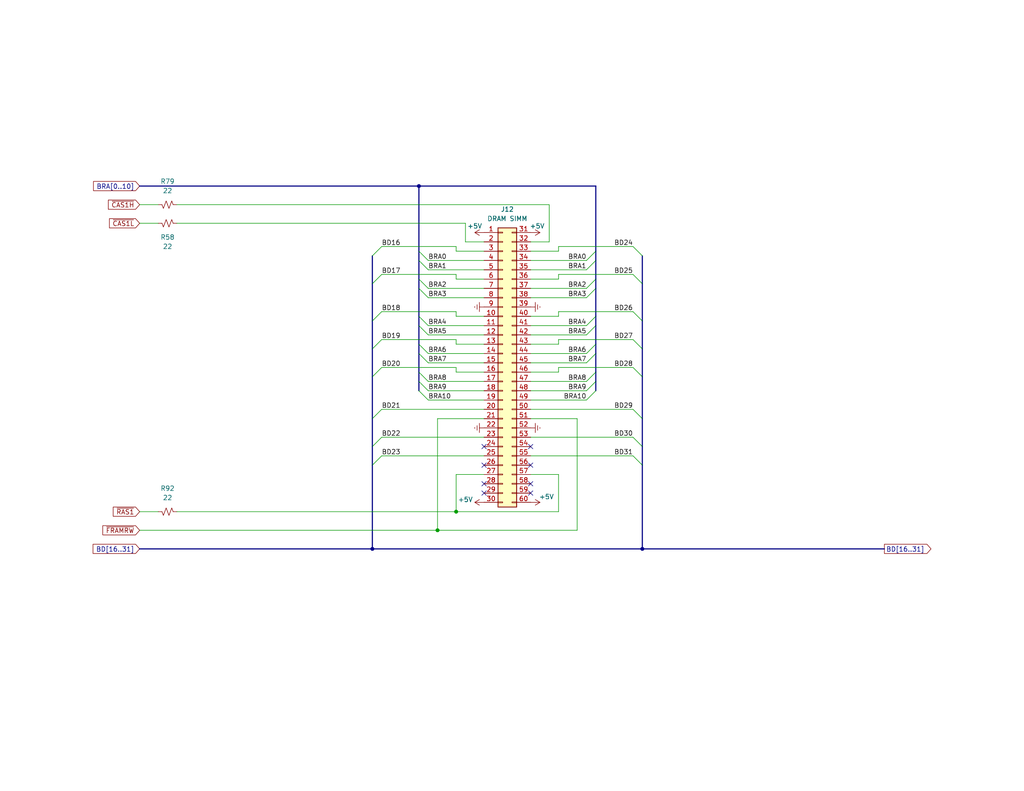
<source format=kicad_sch>
(kicad_sch (version 20250114) (generator "eeschema") (generator_version "9.0")
  (paper "USLetter")
  (title_block (title "Macintosh Classic II") (date "2025-05-29") (company "Apple Computer") (comment 1 "drawn by Bradley Bell"))
  (lib_symbols
    (symbol "Connector_Generic:Conn_02x30_Top_Bottom" (pin_names (offset 1.016) (hide yes))
      (property "Reference" "J" (at 1.27 38.1 0))
      (property "Value" "Conn_02x30_Top_Bottom" (at 1.27 -40.64 0))
      (symbol "Conn_02x30_Top_Bottom_1_1"
        (rectangle (start -1.27 36.83) (end 3.81 -39.37) (stroke (width 0.254)) (fill (type background)))
        (rectangle (start -1.27 35.687) (end 0 35.433) (stroke (width 0.1524)))
        (rectangle (start -1.27 33.147) (end 0 32.893) (stroke (width 0.1524)))
        (rectangle (start -1.27 30.607) (end 0 30.353) (stroke (width 0.1524)))
        (rectangle (start -1.27 28.067) (end 0 27.813) (stroke (width 0.1524)))
        (rectangle (start -1.27 25.527) (end 0 25.273) (stroke (width 0.1524)))
        (rectangle (start -1.27 22.987) (end 0 22.733) (stroke (width 0.1524)))
        (rectangle (start -1.27 20.447) (end 0 20.193) (stroke (width 0.1524)))
        (rectangle (start -1.27 17.907) (end 0 17.653) (stroke (width 0.1524)))
        (rectangle (start -1.27 15.367) (end 0 15.113) (stroke (width 0.1524)))
        (rectangle (start -1.27 12.827) (end 0 12.573) (stroke (width 0.1524)))
        (rectangle (start -1.27 10.287) (end 0 10.033) (stroke (width 0.1524)))
        (rectangle (start -1.27 7.747) (end 0 7.493) (stroke (width 0.1524)))
        (rectangle (start -1.27 5.207) (end 0 4.953) (stroke (width 0.1524)))
        (rectangle (start -1.27 2.667) (end 0 2.413) (stroke (width 0.1524)))
        (rectangle (start -1.27 0.127) (end 0 -0.127) (stroke (width 0.1524)))
        (rectangle (start -1.27 -2.413) (end 0 -2.667) (stroke (width 0.1524)))
        (rectangle (start -1.27 -4.953) (end 0 -5.207) (stroke (width 0.1524)))
        (rectangle (start -1.27 -7.493) (end 0 -7.747) (stroke (width 0.1524)))
        (rectangle (start -1.27 -10.033) (end 0 -10.287) (stroke (width 0.1524)))
        (rectangle (start -1.27 -12.573) (end 0 -12.827) (stroke (width 0.1524)))
        (rectangle (start -1.27 -15.113) (end 0 -15.367) (stroke (width 0.1524)))
        (rectangle (start -1.27 -17.653) (end 0 -17.907) (stroke (width 0.1524)))
        (rectangle (start -1.27 -20.193) (end 0 -20.447) (stroke (width 0.1524)))
        (rectangle (start -1.27 -22.733) (end 0 -22.987) (stroke (width 0.1524)))
        (rectangle (start -1.27 -25.273) (end 0 -25.527) (stroke (width 0.1524)))
        (rectangle (start -1.27 -27.813) (end 0 -28.067) (stroke (width 0.1524)))
        (rectangle (start -1.27 -30.353) (end 0 -30.607) (stroke (width 0.1524)))
        (rectangle (start -1.27 -32.893) (end 0 -33.147) (stroke (width 0.1524)))
        (rectangle (start -1.27 -35.433) (end 0 -35.687) (stroke (width 0.1524)))
        (rectangle (start -1.27 -37.973) (end 0 -38.227) (stroke (width 0.1524)))
        (rectangle (start 3.81 35.687) (end 2.54 35.433) (stroke (width 0.1524)))
        (rectangle (start 3.81 33.147) (end 2.54 32.893) (stroke (width 0.1524)))
        (rectangle (start 3.81 30.607) (end 2.54 30.353) (stroke (width 0.1524)))
        (rectangle (start 3.81 28.067) (end 2.54 27.813) (stroke (width 0.1524)))
        (rectangle (start 3.81 25.527) (end 2.54 25.273) (stroke (width 0.1524)))
        (rectangle (start 3.81 22.987) (end 2.54 22.733) (stroke (width 0.1524)))
        (rectangle (start 3.81 20.447) (end 2.54 20.193) (stroke (width 0.1524)))
        (rectangle (start 3.81 17.907) (end 2.54 17.653) (stroke (width 0.1524)))
        (rectangle (start 3.81 15.367) (end 2.54 15.113) (stroke (width 0.1524)))
        (rectangle (start 3.81 12.827) (end 2.54 12.573) (stroke (width 0.1524)))
        (rectangle (start 3.81 10.287) (end 2.54 10.033) (stroke (width 0.1524)))
        (rectangle (start 3.81 7.747) (end 2.54 7.493) (stroke (width 0.1524)))
        (rectangle (start 3.81 5.207) (end 2.54 4.953) (stroke (width 0.1524)))
        (rectangle (start 3.81 2.667) (end 2.54 2.413) (stroke (width 0.1524)))
        (rectangle (start 3.81 0.127) (end 2.54 -0.127) (stroke (width 0.1524)))
        (rectangle (start 3.81 -2.413) (end 2.54 -2.667) (stroke (width 0.1524)))
        (rectangle (start 3.81 -4.953) (end 2.54 -5.207) (stroke (width 0.1524)))
        (rectangle (start 3.81 -7.493) (end 2.54 -7.747) (stroke (width 0.1524)))
        (rectangle (start 3.81 -10.033) (end 2.54 -10.287) (stroke (width 0.1524)))
        (rectangle (start 3.81 -12.573) (end 2.54 -12.827) (stroke (width 0.1524)))
        (rectangle (start 3.81 -15.113) (end 2.54 -15.367) (stroke (width 0.1524)))
        (rectangle (start 3.81 -17.653) (end 2.54 -17.907) (stroke (width 0.1524)))
        (rectangle (start 3.81 -20.193) (end 2.54 -20.447) (stroke (width 0.1524)))
        (rectangle (start 3.81 -22.733) (end 2.54 -22.987) (stroke (width 0.1524)))
        (rectangle (start 3.81 -25.273) (end 2.54 -25.527) (stroke (width 0.1524)))
        (rectangle (start 3.81 -27.813) (end 2.54 -28.067) (stroke (width 0.1524)))
        (rectangle (start 3.81 -30.353) (end 2.54 -30.607) (stroke (width 0.1524)))
        (rectangle (start 3.81 -32.893) (end 2.54 -33.147) (stroke (width 0.1524)))
        (rectangle (start 3.81 -35.433) (end 2.54 -35.687) (stroke (width 0.1524)))
        (rectangle (start 3.81 -37.973) (end 2.54 -38.227) (stroke (width 0.1524)))
        (pin passive line (at -5.08 35.56 0) (length 3.81) (name "Pin_1") (number "1"))
        (pin passive line (at -5.08 33.02 0) (length 3.81) (name "Pin_2") (number "2"))
        (pin passive line (at -5.08 30.48 0) (length 3.81) (name "Pin_3") (number "3"))
        (pin passive line (at -5.08 27.94 0) (length 3.81) (name "Pin_4") (number "4"))
        (pin passive line (at -5.08 25.4 0) (length 3.81) (name "Pin_5") (number "5"))
        (pin passive line (at -5.08 22.86 0) (length 3.81) (name "Pin_6") (number "6"))
        (pin passive line (at -5.08 20.32 0) (length 3.81) (name "Pin_7") (number "7"))
        (pin passive line (at -5.08 17.78 0) (length 3.81) (name "Pin_8") (number "8"))
        (pin passive line (at -5.08 15.24 0) (length 3.81) (name "Pin_9") (number "9"))
        (pin passive line (at -5.08 12.7 0) (length 3.81) (name "Pin_10") (number "10"))
        (pin passive line (at -5.08 10.16 0) (length 3.81) (name "Pin_11") (number "11"))
        (pin passive line (at -5.08 7.62 0) (length 3.81) (name "Pin_12") (number "12"))
        (pin passive line (at -5.08 5.08 0) (length 3.81) (name "Pin_13") (number "13"))
        (pin passive line (at -5.08 2.54 0) (length 3.81) (name "Pin_14") (number "14"))
        (pin passive line (at -5.08 0 0) (length 3.81) (name "Pin_15") (number "15"))
        (pin passive line (at -5.08 -2.54 0) (length 3.81) (name "Pin_16") (number "16"))
        (pin passive line (at -5.08 -5.08 0) (length 3.81) (name "Pin_17") (number "17"))
        (pin passive line (at -5.08 -7.62 0) (length 3.81) (name "Pin_18") (number "18"))
        (pin passive line (at -5.08 -10.16 0) (length 3.81) (name "Pin_19") (number "19"))
        (pin passive line (at -5.08 -12.7 0) (length 3.81) (name "Pin_20") (number "20"))
        (pin passive line (at -5.08 -15.24 0) (length 3.81) (name "Pin_21") (number "21"))
        (pin passive line (at -5.08 -17.78 0) (length 3.81) (name "Pin_22") (number "22"))
        (pin passive line (at -5.08 -20.32 0) (length 3.81) (name "Pin_23") (number "23"))
        (pin passive line (at -5.08 -22.86 0) (length 3.81) (name "Pin_24") (number "24"))
        (pin passive line (at -5.08 -25.4 0) (length 3.81) (name "Pin_25") (number "25"))
        (pin passive line (at -5.08 -27.94 0) (length 3.81) (name "Pin_26") (number "26"))
        (pin passive line (at -5.08 -30.48 0) (length 3.81) (name "Pin_27") (number "27"))
        (pin passive line (at -5.08 -33.02 0) (length 3.81) (name "Pin_28") (number "28"))
        (pin passive line (at -5.08 -35.56 0) (length 3.81) (name "Pin_29") (number "29"))
        (pin passive line (at -5.08 -38.1 0) (length 3.81) (name "Pin_30") (number "30"))
        (pin passive line (at 7.62 35.56 180) (length 3.81) (name "Pin_31") (number "31"))
        (pin passive line (at 7.62 33.02 180) (length 3.81) (name "Pin_32") (number "32"))
        (pin passive line (at 7.62 30.48 180) (length 3.81) (name "Pin_33") (number "33"))
        (pin passive line (at 7.62 27.94 180) (length 3.81) (name "Pin_34") (number "34"))
        (pin passive line (at 7.62 25.4 180) (length 3.81) (name "Pin_35") (number "35"))
        (pin passive line (at 7.62 22.86 180) (length 3.81) (name "Pin_36") (number "36"))
        (pin passive line (at 7.62 20.32 180) (length 3.81) (name "Pin_37") (number "37"))
        (pin passive line (at 7.62 17.78 180) (length 3.81) (name "Pin_38") (number "38"))
        (pin passive line (at 7.62 15.24 180) (length 3.81) (name "Pin_39") (number "39"))
        (pin passive line (at 7.62 12.7 180) (length 3.81) (name "Pin_40") (number "40"))
        (pin passive line (at 7.62 10.16 180) (length 3.81) (name "Pin_41") (number "41"))
        (pin passive line (at 7.62 7.62 180) (length 3.81) (name "Pin_42") (number "42"))
        (pin passive line (at 7.62 5.08 180) (length 3.81) (name "Pin_43") (number "43"))
        (pin passive line (at 7.62 2.54 180) (length 3.81) (name "Pin_44") (number "44"))
        (pin passive line (at 7.62 0 180) (length 3.81) (name "Pin_45") (number "45"))
        (pin passive line (at 7.62 -2.54 180) (length 3.81) (name "Pin_46") (number "46"))
        (pin passive line (at 7.62 -5.08 180) (length 3.81) (name "Pin_47") (number "47"))
        (pin passive line (at 7.62 -7.62 180) (length 3.81) (name "Pin_48") (number "48"))
        (pin passive line (at 7.62 -10.16 180) (length 3.81) (name "Pin_49") (number "49"))
        (pin passive line (at 7.62 -12.7 180) (length 3.81) (name "Pin_50") (number "50"))
        (pin passive line (at 7.62 -15.24 180) (length 3.81) (name "Pin_51") (number "51"))
        (pin passive line (at 7.62 -17.78 180) (length 3.81) (name "Pin_52") (number "52"))
        (pin passive line (at 7.62 -20.32 180) (length 3.81) (name "Pin_53") (number "53"))
        (pin passive line (at 7.62 -22.86 180) (length 3.81) (name "Pin_54") (number "54"))
        (pin passive line (at 7.62 -25.4 180) (length 3.81) (name "Pin_55") (number "55"))
        (pin passive line (at 7.62 -27.94 180) (length 3.81) (name "Pin_56") (number "56"))
        (pin passive line (at 7.62 -30.48 180) (length 3.81) (name "Pin_57") (number "57"))
        (pin passive line (at 7.62 -33.02 180) (length 3.81) (name "Pin_58") (number "58"))
        (pin passive line (at 7.62 -35.56 180) (length 3.81) (name "Pin_59") (number "59"))
        (pin passive line (at 7.62 -38.1 180) (length 3.81) (name "Pin_60") (number "60"))
      )
    )
    (symbol "Device:R_Small_US" (pin_numbers (hide yes)) (pin_names (offset 0.254) (hide yes))
      (property "Reference" "R" (at 0.762 0.508 0))
      (property "Value" "R_Small_US" (at 0.762 -1.016 0))
      (symbol "R_Small_US_1_1"
        (polyline (pts (xy 0 1.524) (xy 1.016 1.143) (xy 0 0.762) (xy -1.016 0.381) (xy 0 0)))
        (polyline (pts (xy 0 0) (xy 1.016 -0.381) (xy 0 -0.762) (xy -1.016 -1.143) (xy 0 -1.524)))
        (pin passive line (at 0 2.54 270) (length 1.016) (name "~") (number "1"))
        (pin passive line (at 0 -2.54 90) (length 1.016) (name "~") (number "2"))
      )
    )
    (symbol "power:+5V" (power) (pin_numbers (hide yes)) (pin_names (offset 0) (hide yes))
      (property "Value" "+5V" (at 0 3.556 0))
      (symbol "+5V_0_1"
        (polyline (pts (xy -0.762 1.27) (xy 0 2.54)))
        (polyline (pts (xy 0 2.54) (xy 0.762 1.27)))
        (polyline (pts (xy 0 0) (xy 0 2.54)))
      )
      (symbol "+5V_1_1"
        (pin power_in line (at 0 0 90) (length 0) (name "~") (number "1"))
      )
    )
    (symbol "power:GNDREF" (power) (pin_numbers (hide yes)) (pin_names (offset 0) (hide yes))
      (property "Value" "GNDREF" (at 0 -3.81 0))
      (symbol "GNDREF_0_1"
        (polyline (pts (xy -0.635 -1.905) (xy 0.635 -1.905)))
        (polyline (pts (xy -0.127 -2.54) (xy 0.127 -2.54)))
        (polyline (pts (xy 0 -1.27) (xy 0 0)))
        (polyline (pts (xy 1.27 -1.27) (xy -1.27 -1.27)))
      )
      (symbol "GNDREF_1_1"
        (pin power_in line (at 0 0 270) (length 0) (name "~") (number "1"))
      )
    )
  )
  (junction (at 101.6 149.86))
  (junction (at 124.46 139.7))
  (junction (at 175.26 149.86))
  (junction (at 114.3 50.8))
  (junction (at 119.38 144.78))
  (no_connect (at 144.78 127))
  (no_connect (at 132.08 132.08))
  (no_connect (at 132.08 134.62))
  (no_connect (at 132.08 121.92))
  (no_connect (at 144.78 132.08))
  (no_connect (at 144.78 121.92))
  (no_connect (at 132.08 127))
  (no_connect (at 144.78 134.62))
  (bus_entry (at 160.02 78.74) (size 2.54 -2.54))
  (bus_entry (at 101.6 121.92) (size 2.54 -2.54))
  (bus_entry (at 172.72 74.93) (size 2.54 2.54))
  (bus_entry (at 114.3 93.98) (size 2.54 2.54))
  (bus_entry (at 114.3 96.52) (size 2.54 2.54))
  (bus_entry (at 160.02 91.44) (size 2.54 -2.54))
  (bus_entry (at 172.72 119.38) (size 2.54 2.54))
  (bus_entry (at 160.02 96.52) (size 2.54 -2.54))
  (bus_entry (at 160.02 81.28) (size 2.54 -2.54))
  (bus_entry (at 114.3 68.58) (size 2.54 2.54))
  (bus_entry (at 114.3 88.9) (size 2.54 2.54))
  (bus_entry (at 114.3 78.74) (size 2.54 2.54))
  (bus_entry (at 172.72 85.09) (size 2.54 2.54))
  (bus_entry (at 160.02 106.68) (size 2.54 -2.54))
  (bus_entry (at 101.6 77.47) (size 2.54 -2.54))
  (bus_entry (at 160.02 73.66) (size 2.54 -2.54))
  (bus_entry (at 101.6 95.25) (size 2.54 -2.54))
  (bus_entry (at 101.6 102.87) (size 2.54 -2.54))
  (bus_entry (at 172.72 124.46) (size 2.54 2.54))
  (bus_entry (at 114.3 76.2) (size 2.54 2.54))
  (bus_entry (at 172.72 67.31) (size 2.54 2.54))
  (bus_entry (at 101.6 114.3) (size 2.54 -2.54))
  (bus_entry (at 160.02 88.9) (size 2.54 -2.54))
  (bus_entry (at 101.6 87.63) (size 2.54 -2.54))
  (bus_entry (at 101.6 127) (size 2.54 -2.54))
  (bus_entry (at 114.3 104.14) (size 2.54 2.54))
  (bus_entry (at 101.6 69.85) (size 2.54 -2.54))
  (bus_entry (at 172.72 100.33) (size 2.54 2.54))
  (bus_entry (at 160.02 99.06) (size 2.54 -2.54))
  (bus_entry (at 114.3 101.6) (size 2.54 2.54))
  (bus_entry (at 114.3 86.36) (size 2.54 2.54))
  (bus_entry (at 114.3 106.68) (size 2.54 2.54))
  (bus_entry (at 160.02 71.12) (size 2.54 -2.54))
  (bus_entry (at 172.72 92.71) (size 2.54 2.54))
  (bus_entry (at 114.3 71.12) (size 2.54 2.54))
  (bus_entry (at 172.72 111.76) (size 2.54 2.54))
  (bus_entry (at 160.02 109.22) (size 2.54 -2.54))
  (bus_entry (at 160.02 104.14) (size 2.54 -2.54))
  (bus (pts (xy 38.1 149.86) (xy 101.6 149.86)))
  (wire (pts (xy 152.4 92.71) (xy 172.72 92.71)))
  (bus (pts (xy 114.3 88.9) (xy 114.3 86.36)))
  (wire (pts (xy 144.78 78.74) (xy 160.02 78.74)))
  (wire (pts (xy 124.46 85.09) (xy 124.46 86.36)))
  (wire (pts (xy 152.4 129.54) (xy 152.4 139.7)))
  (wire (pts (xy 152.4 74.93) (xy 152.4 76.2)))
  (bus (pts (xy 162.56 50.8) (xy 162.56 68.58)))
  (wire (pts (xy 144.78 73.66) (xy 160.02 73.66)))
  (wire (pts (xy 152.4 67.31) (xy 172.72 67.31)))
  (bus (pts (xy 114.3 76.2) (xy 114.3 71.12)))
  (wire (pts (xy 116.84 88.9) (xy 132.08 88.9)))
  (wire (pts (xy 144.78 91.44) (xy 160.02 91.44)))
  (wire (pts (xy 124.46 129.54) (xy 132.08 129.54)))
  (wire (pts (xy 38.1 139.7) (xy 43.18 139.7)))
  (wire (pts (xy 144.78 68.58) (xy 152.4 68.58)))
  (bus (pts (xy 101.6 127) (xy 101.6 121.92)))
  (wire (pts (xy 104.14 111.76) (xy 132.08 111.76)))
  (wire (pts (xy 144.78 106.68) (xy 160.02 106.68)))
  (wire (pts (xy 144.78 124.46) (xy 172.72 124.46)))
  (bus (pts (xy 114.3 93.98) (xy 114.3 88.9)))
  (bus (pts (xy 114.3 101.6) (xy 114.3 96.52)))
  (wire (pts (xy 104.14 67.31) (xy 124.46 67.31)))
  (wire (pts (xy 144.78 96.52) (xy 160.02 96.52)))
  (wire (pts (xy 152.4 92.71) (xy 152.4 93.98)))
  (bus (pts (xy 162.56 71.12) (xy 162.56 76.2)))
  (wire (pts (xy 48.26 60.96) (xy 127 60.96)))
  (wire (pts (xy 116.84 96.52) (xy 132.08 96.52)))
  (wire (pts (xy 116.84 71.12) (xy 132.08 71.12)))
  (wire (pts (xy 144.78 111.76) (xy 172.72 111.76)))
  (bus (pts (xy 175.26 87.63) (xy 175.26 95.25)))
  (wire (pts (xy 127 66.04) (xy 132.08 66.04)))
  (bus (pts (xy 114.3 68.58) (xy 114.3 50.8)))
  (wire (pts (xy 119.38 114.3) (xy 132.08 114.3)))
  (wire (pts (xy 124.46 68.58) (xy 132.08 68.58)))
  (wire (pts (xy 124.46 129.54) (xy 124.46 139.7)))
  (bus (pts (xy 162.56 86.36) (xy 162.56 88.9)))
  (bus (pts (xy 162.56 101.6) (xy 162.56 104.14)))
  (wire (pts (xy 144.78 86.36) (xy 152.4 86.36)))
  (wire (pts (xy 124.46 74.93) (xy 124.46 76.2)))
  (wire (pts (xy 152.4 85.09) (xy 152.4 86.36)))
  (wire (pts (xy 124.46 92.71) (xy 124.46 93.98)))
  (wire (pts (xy 104.14 124.46) (xy 132.08 124.46)))
  (wire (pts (xy 124.46 93.98) (xy 132.08 93.98)))
  (wire (pts (xy 144.78 76.2) (xy 152.4 76.2)))
  (wire (pts (xy 104.14 85.09) (xy 124.46 85.09)))
  (wire (pts (xy 116.84 81.28) (xy 132.08 81.28)))
  (wire (pts (xy 149.86 66.04) (xy 144.78 66.04)))
  (bus (pts (xy 175.26 77.47) (xy 175.26 87.63)))
  (bus (pts (xy 114.3 104.14) (xy 114.3 101.6)))
  (wire (pts (xy 116.84 78.74) (xy 132.08 78.74)))
  (bus (pts (xy 114.3 86.36) (xy 114.3 78.74)))
  (bus (pts (xy 175.26 102.87) (xy 175.26 114.3)))
  (wire (pts (xy 144.78 101.6) (xy 152.4 101.6)))
  (bus (pts (xy 175.26 127) (xy 175.26 149.86)))
  (bus (pts (xy 114.3 106.68) (xy 114.3 104.14)))
  (wire (pts (xy 144.78 114.3) (xy 157.48 114.3)))
  (bus (pts (xy 162.56 68.58) (xy 162.56 71.12)))
  (wire (pts (xy 119.38 114.3) (xy 119.38 144.78)))
  (wire (pts (xy 124.46 100.33) (xy 124.46 101.6)))
  (wire (pts (xy 116.84 104.14) (xy 132.08 104.14)))
  (wire (pts (xy 116.84 99.06) (xy 132.08 99.06)))
  (bus (pts (xy 175.26 69.85) (xy 175.26 77.47)))
  (wire (pts (xy 144.78 129.54) (xy 152.4 129.54)))
  (wire (pts (xy 116.84 91.44) (xy 132.08 91.44)))
  (wire (pts (xy 152.4 100.33) (xy 172.72 100.33)))
  (wire (pts (xy 38.1 55.88) (xy 43.18 55.88)))
  (bus (pts (xy 38.1 50.8) (xy 114.3 50.8)))
  (wire (pts (xy 144.78 104.14) (xy 160.02 104.14)))
  (wire (pts (xy 104.14 74.93) (xy 124.46 74.93)))
  (bus (pts (xy 114.3 78.74) (xy 114.3 76.2)))
  (bus (pts (xy 162.56 96.52) (xy 162.56 101.6)))
  (wire (pts (xy 152.4 74.93) (xy 172.72 74.93)))
  (bus (pts (xy 101.6 77.47) (xy 101.6 87.63)))
  (wire (pts (xy 152.4 85.09) (xy 172.72 85.09)))
  (wire (pts (xy 127 60.96) (xy 127 66.04)))
  (wire (pts (xy 116.84 109.22) (xy 132.08 109.22)))
  (bus (pts (xy 114.3 71.12) (xy 114.3 68.58)))
  (bus (pts (xy 162.56 78.74) (xy 162.56 86.36)))
  (wire (pts (xy 124.46 101.6) (xy 132.08 101.6)))
  (wire (pts (xy 104.14 119.38) (xy 132.08 119.38)))
  (bus (pts (xy 101.6 149.86) (xy 101.6 127)))
  (bus (pts (xy 162.56 76.2) (xy 162.56 78.74)))
  (wire (pts (xy 104.14 100.33) (xy 124.46 100.33)))
  (bus (pts (xy 101.6 69.85) (xy 101.6 77.47)))
  (wire (pts (xy 149.86 55.88) (xy 149.86 66.04)))
  (wire (pts (xy 48.26 55.88) (xy 149.86 55.88)))
  (wire (pts (xy 104.14 92.71) (xy 124.46 92.71)))
  (bus (pts (xy 175.26 102.87) (xy 175.26 95.25)))
  (wire (pts (xy 152.4 100.33) (xy 152.4 101.6)))
  (wire (pts (xy 38.1 60.96) (xy 43.18 60.96)))
  (bus (pts (xy 101.6 102.87) (xy 101.6 114.3)))
  (wire (pts (xy 157.48 144.78) (xy 119.38 144.78)))
  (wire (pts (xy 144.78 88.9) (xy 160.02 88.9)))
  (bus (pts (xy 162.56 88.9) (xy 162.56 93.98)))
  (bus (pts (xy 175.26 121.92) (xy 175.26 114.3)))
  (wire (pts (xy 144.78 81.28) (xy 160.02 81.28)))
  (wire (pts (xy 144.78 99.06) (xy 160.02 99.06)))
  (wire (pts (xy 116.84 73.66) (xy 132.08 73.66)))
  (wire (pts (xy 152.4 67.31) (xy 152.4 68.58)))
  (wire (pts (xy 124.46 86.36) (xy 132.08 86.36)))
  (wire (pts (xy 116.84 106.68) (xy 132.08 106.68)))
  (wire (pts (xy 157.48 114.3) (xy 157.48 144.78)))
  (wire (pts (xy 48.26 139.7) (xy 124.46 139.7)))
  (bus (pts (xy 175.26 127) (xy 175.26 121.92)))
  (wire (pts (xy 144.78 93.98) (xy 152.4 93.98)))
  (bus (pts (xy 101.6 95.25) (xy 101.6 102.87)))
  (wire (pts (xy 144.78 109.22) (xy 160.02 109.22)))
  (wire (pts (xy 124.46 67.31) (xy 124.46 68.58)))
  (wire (pts (xy 144.78 71.12) (xy 160.02 71.12)))
  (wire (pts (xy 124.46 76.2) (xy 132.08 76.2)))
  (bus (pts (xy 162.56 93.98) (xy 162.56 96.52)))
  (wire (pts (xy 124.46 139.7) (xy 152.4 139.7)))
  (bus (pts (xy 114.3 96.52) (xy 114.3 93.98)))
  (bus (pts (xy 175.26 149.86) (xy 241.3 149.86)))
  (bus (pts (xy 114.3 50.8) (xy 162.56 50.8)))
  (bus (pts (xy 101.6 87.63) (xy 101.6 95.25)))
  (wire (pts (xy 38.1 144.78) (xy 119.38 144.78)))
  (bus (pts (xy 101.6 114.3) (xy 101.6 121.92)))
  (bus (pts (xy 162.56 104.14) (xy 162.56 106.68)))
  (wire (pts (xy 144.78 119.38) (xy 172.72 119.38)))
  (bus (pts (xy 101.6 149.86) (xy 175.26 149.86)))
  (label "BRA2" (at 116.84 78.74 0))
  (label "BRA8" (at 160.02 104.14 180))
  (label "BD16" (at 104.14 67.31 0))
  (label "BD17" (at 104.14 74.93 0))
  (label "BRA6" (at 116.84 96.52 0))
  (label "BD28" (at 172.72 100.33 180))
  (label "BD31" (at 172.72 124.46 180))
  (label "BD21" (at 104.14 111.76 0))
  (label "BD30" (at 172.72 119.38 180))
  (label "BD19" (at 104.14 92.71 0))
  (label "BRA1" (at 160.02 73.66 180))
  (label "BRA9" (at 160.02 106.68 180))
  (label "BRA9" (at 116.84 106.68 0))
  (label "BRA4" (at 116.84 88.9 0))
  (label "BD25" (at 172.72 74.93 180))
  (label "BRA0" (at 160.02 71.12 180))
  (label "BD27" (at 172.72 92.71 180))
  (label "BRA5" (at 160.02 91.44 180))
  (label "BRA0" (at 116.84 71.12 0))
  (label "BRA6" (at 160.02 96.52 180))
  (label "BRA10" (at 116.84 109.22 0))
  (label "BD22" (at 104.14 119.38 0))
  (label "BRA7" (at 116.84 99.06 0))
  (label "BD20" (at 104.14 100.33 0))
  (label "BRA10" (at 160.02 109.22 180))
  (label "BRA4" (at 160.02 88.9 180))
  (label "BRA1" (at 116.84 73.66 0))
  (label "BRA8" (at 116.84 104.14 0))
  (label "BD18" (at 104.14 85.09 0))
  (label "BD26" (at 172.72 85.09 180))
  (label "BRA3" (at 160.02 81.28 180))
  (label "BRA3" (at 116.84 81.28 0))
  (label "BRA2" (at 160.02 78.74 180))
  (label "BD23" (at 104.14 124.46 0))
  (label "BRA7" (at 160.02 99.06 180))
  (label "BD24" (at 172.72 67.31 180))
  (label "BD29" (at 172.72 111.76 180))
  (label "BRA5" (at 116.84 91.44 0))
  (global_label "~{CAS1H}" (shape input) (at 38.1 55.88 180) (property "Intersheetrefs" "${INTERSHEET_REFS}" (at 29.0067 55.88 0) (effects (justify right))))
  (global_label "BRA[0..10]" (shape input) (at 38.1 50.8 180) (property "Intersheetrefs" "${INTERSHEET_REFS}" (at 26.2247 50.8 0) (effects (justify right))))
  (global_label "~{CAS1L}" (shape input) (at 38.1 60.96 180) (property "Intersheetrefs" "${INTERSHEET_REFS}" (at 29.3091 60.96 0) (effects (justify right))))
  (global_label "~{RAS1}" (shape input) (at 38.1 139.7 180) (property "Intersheetrefs" "${INTERSHEET_REFS}" (at 30.3372 139.7 0) (effects (justify right))))
  (global_label "BD[16..31]" (shape output) (at 241.3 149.86 0) (property "Intersheetrefs" "${INTERSHEET_REFS}" (at 254.5662 149.86 0) (effects (justify left))))
  (global_label "~{FRAMRW}" (shape input) (at 38.1 144.78 180) (property "Intersheetrefs" "${INTERSHEET_REFS}" (at 27.4948 144.78 0) (effects (justify right))))
  (global_label "BD[16..31]" (shape input) (at 38.1 149.86 180) (property "Intersheetrefs" "${INTERSHEET_REFS}" (at 24.8338 149.86 0) (effects (justify right))))
  (symbol (lib_id "power:+5V") (at 144.78 137.16 270) (unit 1)
    (property "Reference" "#PWR0212" (effects (hide yes)))
    (property "Value" "+5V" (at 147.066 135.636 90) (effects (justify left)))
    (property "Description" "Power symbol creates a global label with name \"+5V\"" (effects (hide yes)))
  )
  (symbol (lib_id "power:GNDREF") (at 144.78 116.84 90) (unit 1)
    (property "Reference" "#PWR0211" (effects (hide yes)))
    (property "Value" "GND" (effects (hide yes)))
    (property "Description" "Power symbol creates a global label with name \"GNDREF\" , reference supply ground" (effects (hide yes)))
  )
  (symbol (lib_id "Device:R_Small_US") (at 45.72 60.96 90) (mirror x) (unit 1)
    (property "Reference" "R58" (at 45.72 64.77 90))
    (property "Value" "22" (at 45.72 67.31 90))
    (property "Footprint" "MyPackage:SMD_0805_2012Metric_Pad1.25x1.65mm" (effects (hide yes)))
    (property "Description" "Resistor, small US symbol" (effects (hide yes)))
  )
  (symbol (lib_id "power:GNDREF") (at 132.08 83.82 270) (unit 1)
    (property "Reference" "#PWR058" (effects (hide yes)))
    (property "Value" "GND" (effects (hide yes)))
    (property "Description" "Power symbol creates a global label with name \"GNDREF\" , reference supply ground" (effects (hide yes)))
  )
  (symbol (lib_id "power:GNDREF") (at 144.78 83.82 90) (unit 1)
    (property "Reference" "#PWR0210" (effects (hide yes)))
    (property "Value" "GND" (effects (hide yes)))
    (property "Description" "Power symbol creates a global label with name \"GNDREF\" , reference supply ground" (effects (hide yes)))
  )
  (symbol (lib_id "power:GNDREF") (at 132.08 116.84 270) (unit 1)
    (property "Reference" "#PWR062" (effects (hide yes)))
    (property "Value" "GND" (effects (hide yes)))
    (property "Description" "Power symbol creates a global label with name \"GNDREF\" , reference supply ground" (effects (hide yes)))
  )
  (symbol (lib_id "Connector_Generic:Conn_02x30_Top_Bottom") (at 137.16 99.06 0) (unit 1)
    (property "Reference" "J12" (at 138.43 57.15 0))
    (property "Value" "DRAM SIMM" (at 138.43 59.69 0))
    (property "Footprint" "Connector_Mine:SIMMSocket_2x30_angled" (effects (hide yes)))
    (property "Description" "Generic connector, double row, 02x30, top/bottom pin numbering scheme (row 1: 1...pins_per_row, row2: pins_per_row+1 ... num_pins), script generated (kicad-library-utils/schlib/autogen/connector/)" (effects (hide yes)))
  )
  (symbol (lib_id "power:+5V") (at 132.08 137.16 90) (unit 1)
    (property "Reference" "#PWR0124" (effects (hide yes)))
    (property "Value" "+5V" (at 129.032 136.398 90) (effects (justify left)))
    (property "Description" "Power symbol creates a global label with name \"+5V\"" (effects (hide yes)))
  )
  (symbol (lib_id "power:+5V") (at 144.78 63.5 270) (unit 1)
    (property "Reference" "#PWR0209" (effects (hide yes)))
    (property "Value" "+5V" (at 144.526 61.722 90) (effects (justify left)))
    (property "Description" "Power symbol creates a global label with name \"+5V\"" (effects (hide yes)))
  )
  (symbol (lib_id "Device:R_Small_US") (at 45.72 55.88 90) (mirror x) (unit 1)
    (property "Reference" "R79" (at 45.72 49.53 90))
    (property "Value" "22" (at 45.72 52.07 90))
    (property "Footprint" "MyPackage:SMD_0805_2012Metric_Pad1.25x1.65mm" (effects (hide yes)))
    (property "Description" "Resistor, small US symbol" (effects (hide yes)))
  )
  (symbol (lib_id "power:+5V") (at 132.08 63.5 90) (unit 1)
    (property "Reference" "#PWR052" (effects (hide yes)))
    (property "Value" "+5V" (at 131.572 61.722 90) (effects (justify left)))
    (property "Description" "Power symbol creates a global label with name \"+5V\"" (effects (hide yes)))
  )
  (symbol (lib_id "Device:R_Small_US") (at 45.72 139.7 270) (mirror x) (unit 1)
    (property "Reference" "R92" (at 45.72 133.35 90))
    (property "Value" "22" (at 45.72 135.89 90))
    (property "Footprint" "MyPackage:SMD_0805_2012Metric_Pad1.25x1.65mm" (effects (hide yes)))
    (property "Description" "Resistor, small US symbol" (effects (hide yes)))
  )
)
</source>
